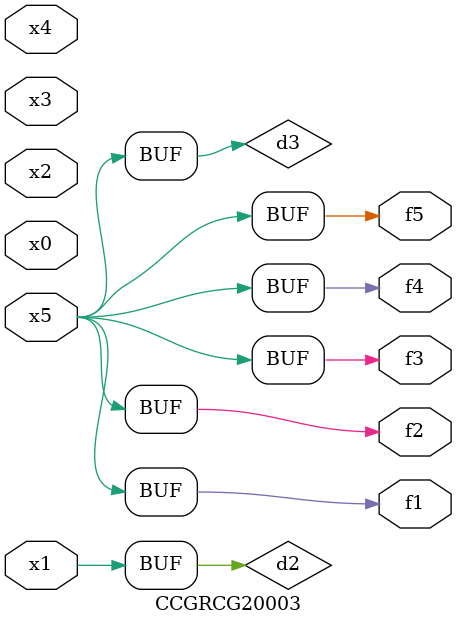
<source format=v>
module CCGRCG20003(
	input x0, x1, x2, x3, x4, x5,
	output f1, f2, f3, f4, f5
);

	wire d1, d2, d3;

	not (d1, x5);
	or (d2, x1);
	xnor (d3, d1);
	assign f1 = d3;
	assign f2 = d3;
	assign f3 = d3;
	assign f4 = d3;
	assign f5 = d3;
endmodule

</source>
